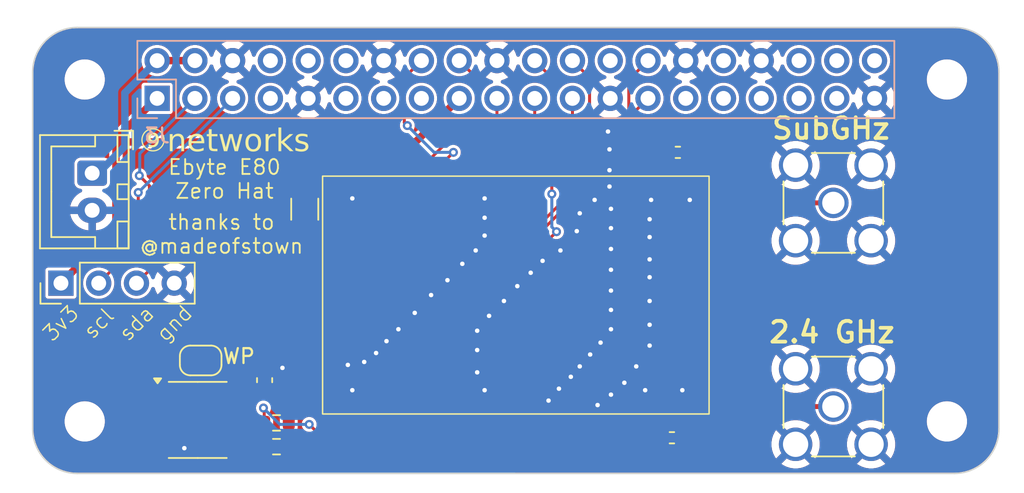
<source format=kicad_pcb>
(kicad_pcb (version 20241229) (generator "pcbnew") (generator_version "9.0")
  (title_block (date "15 nov 2012"))
  (layers (0 "F.Cu" signal) (2 "B.Cu" signal) (13 "F.Paste" user) (15 "B.Paste" user) (5 "F.SilkS" user "F.Silkscreen") (7 "B.SilkS" user "B.Silkscreen") (1 "F.Mask" user) (3 "B.Mask" user) (25 "Edge.Cuts" user))
  (net 0 "")
  (net 1 "GND")
  (net 2 "/GPIO2{slash}SDA1")
  (net 3 "/GPIO3{slash}SCL1")
  (net 4 "/GPIO4{slash}GPCLK0")
  (net 5 "/GPIO14{slash}TXD0")
  (net 6 "/GPIO15{slash}RXD0")
  (net 7 "/GPIO17")
  (net 8 "/GPIO18{slash}PCM.CLK")
  (net 9 "/GPIO27")
  (net 10 "/GPIO22")
  (net 11 "/GPIO23")
  (net 12 "/GPIO26")
  (net 13 "/GPIO24")
  (net 14 "/GPIO10{slash}SPI0.MOSI")
  (net 15 "/GPIO9{slash}SPI0.MISO")
  (net 16 "/GPIO25")
  (net 17 "/GPIO11{slash}SPI0.SCLK")
  (net 18 "/GPIO8{slash}SPI0.CE0")
  (net 19 "/GPIO7{slash}SPI0.CE1")
  (net 20 "/ID_SDA")
  (net 21 "/ID_SCL")
  (net 22 "/GPIO5")
  (net 23 "/GPIO6")
  (net 24 "/GPIO12{slash}PWM0")
  (net 25 "/GPIO13{slash}PWM1")
  (net 26 "/GPIO19{slash}PCM.FS")
  (net 27 "/GPIO16")
  (net 28 "/GPIO20{slash}PCM.DIN")
  (net 29 "/GPIO21{slash}PCM.DOUT")
  (net 30 "+5V")
  (net 31 "+3V3")
  (net 35 "Net-(JP1-A)")
  (net 40 "Net-(U2-ANT_SUBGHZ)")
  (net 41 "Net-(U2-ANT_2.4)")
  (net 42 "/ANT1")
  (net 43 "/ANT2")
  (footprint "MountingHole:MountingHole_2.7mm_M2.5" (layer "F.Cu") (at 161.5 73.5)
    (property "Reference" "MH2" (hide yes))
    (property "Value" "MountingHole_2.7mm_M2.5" (hide yes))
    (pad "" np_thru_hole circle (at 0 0) (size 2.7 2.7) (drill 2.7) (layers "*.Cu" "*.Mask"))
  )
  (footprint "Resistor_SMD:R_0603_1608Metric" (layer "F.Cu") (at 116.4 96.6 180)
    (property "Reference" "R2" (hide yes))
    (property "Value" "5.1k")
    (fp_line (start -0.237258 0.5225) (end 0.237258 0.5225) (stroke (width 0.12)) (layer "F.SilkS"))
    (fp_line (start -0.237258 -0.5225) (end 0.237258 -0.5225) (stroke (width 0.12)) (layer "F.SilkS"))
    (pad "1" smd roundrect (at -0.825 0 180) (size 0.8 0.95) (layers "F.Cu" "F.Mask" "F.Paste") (net 31 "+3V3"))
    (pad "2" smd roundrect (at 0.825 0 180) (size 0.8 0.95) (layers "F.Cu" "F.Mask" "F.Paste") (net 21 "/ID_SCL"))
  )
  (footprint "Resistor_SMD:R_0603_1608Metric" (layer "F.Cu") (at 116.4 98.2 180)
    (property "Reference" "R1" (hide yes))
    (property "Value" "5.1k")
    (fp_line (start -0.237258 0.5225) (end 0.237258 0.5225) (stroke (width 0.12)) (layer "F.SilkS"))
    (fp_line (start -0.237258 -0.5225) (end 0.237258 -0.5225) (stroke (width 0.12)) (layer "F.SilkS"))
    (pad "1" smd roundrect (at -0.825 0 180) (size 0.8 0.95) (layers "F.Cu" "F.Mask" "F.Paste") (net 31 "+3V3"))
    (pad "2" smd roundrect (at 0.825 0 180) (size 0.8 0.95) (layers "F.Cu" "F.Mask" "F.Paste") (net 20 "/ID_SDA"))
  )
  (footprint "Jumper:SolderJumper-2_P1.3mm_Open_RoundedPad1.0x1.5mm" (layer "F.Cu") (at 111.3 92.4)
    (property "Reference" "JP1" (hide yes))
    (property "Value" "ID_WP")
    (fp_line (start -1.4 0.3) (end -1.4 -0.3) (stroke (width 0.12)) (layer "F.SilkS"))
    (fp_line (start -0.7 -1) (end 0.7 -1) (stroke (width 0.12)) (layer "F.SilkS"))
    (fp_line (start 0.7 1) (end -0.7 1) (stroke (width 0.12)) (layer "F.SilkS"))
    (fp_line (start 1.4 -0.3) (end 1.4 0.3) (stroke (width 0.12)) (layer "F.SilkS"))
    (fp_arc (start -1.4 -0.3) (mid -1.194975 -0.794975) (end -0.7 -1) (stroke (width 0.12)) (layer "F.SilkS"))
    (fp_arc (start -0.7 1) (mid -1.194975 0.794975) (end -1.4 0.3) (stroke (width 0.12)) (layer "F.SilkS"))
    (fp_arc (start 0.7 -1) (mid 1.194975 -0.794975) (end 1.4 -0.3) (stroke (width 0.12)) (layer "F.SilkS"))
    (fp_arc (start 1.4 0.3) (mid 1.194975 0.794975) (end 0.7 1) (stroke (width 0.12)) (layer "F.SilkS"))
    (pad "1" smd custom (at -0.65 0) (size 1 0.5) (layers "F.Cu" "F.Mask") (net 35 "Net-(JP1-A)") (options (clearance outline) (anchor rect)) (primitives (gr_circle (center 0 0.25) (end 0.5 0.25) (width 0) (fill yes)) (gr_circle (center 0 -0.25) (end 0.5 -0.25) (width 0) (fill yes)) (gr_poly (pts (xy 0.5 0.75) (xy 0 0.75) (xy 0 -0.75) (xy 0.5 -0.75)) (width 0) (fill yes))))
    (pad "2" smd custom (at 0.65 0) (size 1 0.5) (layers "F.Cu" "F.Mask") (net 31 "+3V3") (options (clearance outline) (anchor rect)) (primitives (gr_circle (center 0 0.25) (end 0.5 0.25) (width 0) (fill yes)) (gr_circle (center 0 -0.25) (end 0.5 -0.25) (width 0) (fill yes)) (gr_poly (pts (xy 0 0.75) (xy -0.5 0.75) (xy -0.5 -0.75) (xy 0 -0.75)) (width 0) (fill yes))))
  )
  (footprint "Resistor_SMD:R_0402_1005Metric" (layer "F.Cu") (at 143.4 78.4)
    (property "Reference" "R3" (hide yes))
    (property "Value" "0")
    (fp_line (start -0.153641 -0.38) (end 0.153641 -0.38) (stroke (width 0.12)) (layer "F.SilkS"))
    (fp_line (start -0.153641 0.38) (end 0.153641 0.38) (stroke (width 0.12)) (layer "F.SilkS"))
    (pad "1" smd roundrect (at -0.51 0) (size 0.54 0.64) (layers "F.Cu" "F.Mask" "F.Paste") (net 40 "Net-(U2-ANT_SUBGHZ)"))
    (pad "2" smd roundrect (at 0.51 0) (size 0.54 0.64) (layers "F.Cu" "F.Mask" "F.Paste") (net 42 "/ANT1"))
  )
  (footprint "Connector_Coaxial:SMA_Amphenol_901-144_Vertical" (layer "F.Cu") (at 153.86 95.5)
    (property "Reference" "J4" (hide yes))
    (property "Value" "Conn_Coaxial")
    (fp_line (start -3.355 -1.45) (end -3.355 1.45) (stroke (width 0.12)) (layer "F.SilkS"))
    (fp_line (start -1.45 -3.355) (end 1.45 -3.355) (stroke (width 0.12)) (layer "F.SilkS"))
    (fp_line (start -1.45 3.355) (end 1.45 3.355) (stroke (width 0.12)) (layer "F.SilkS"))
    (fp_line (start 3.355 -1.45) (end 3.355 1.45) (stroke (width 0.12)) (layer "F.SilkS"))
    (pad "1" thru_hole circle (at 0 0) (size 2.05 2.05) (drill 1.5) (layers "*.Cu" "*.Mask") (net 43 "/ANT2"))
    (pad "2" thru_hole circle (at -2.54 -2.54) (size 2.25 2.25) (drill 1.7) (layers "*.Cu" "*.Mask") (net 1 "GND"))
    (pad "2" thru_hole circle (at -2.54 2.54) (size 2.25 2.25) (drill 1.7) (layers "*.Cu" "*.Mask") (net 1 "GND"))
    (pad "2" thru_hole circle (at 2.54 -2.54) (size 2.25 2.25) (drill 1.7) (layers "*.Cu" "*.Mask") (net 1 "GND"))
    (pad "2" thru_hole circle (at 2.54 2.54) (size 2.25 2.25) (drill 1.7) (layers "*.Cu" "*.Mask") (net 1 "GND"))
  )
  (footprint "Resistor_SMD:R_0402_1005Metric" (layer "F.Cu") (at 143 97.6 180)
    (property "Reference" "R4" (hide yes))
    (property "Value" "0")
    (fp_line (start -0.153641 0.38) (end 0.153641 0.38) (stroke (width 0.12)) (layer "F.SilkS"))
    (fp_line (start -0.153641 -0.38) (end 0.153641 -0.38) (stroke (width 0.12)) (layer "F.SilkS"))
    (pad "1" smd roundrect (at -0.51 0 180) (size 0.54 0.64) (layers "F.Cu" "F.Mask" "F.Paste") (net 43 "/ANT2"))
    (pad "2" smd roundrect (at 0.51 0 180) (size 0.54 0.64) (layers "F.Cu" "F.Mask" "F.Paste") (net 41 "Net-(U2-ANT_2.4)"))
  )
  (footprint "Capacitor_SMD:C_1206_3216Metric" (layer "F.Cu") (at 118.3 82.225 -90)
    (property "Reference" "C2" (hide yes))
    (property "Value" "22u")
    (fp_line (start -0.711252 0.91) (end 0.711252 0.91) (stroke (width 0.12)) (layer "F.SilkS"))
    (fp_line (start -0.711252 -0.91) (end 0.711252 -0.91) (stroke (width 0.12)) (layer "F.SilkS"))
    (pad "1" smd roundrect (at -1.475 0 270) (size 1.15 1.8) (layers "F.Cu" "F.Mask" "F.Paste") (roundrect_rratio 0.217391) (net 31 "+3V3"))
    (pad "2" smd roundrect (at 1.475 0 270) (size 1.15 1.8) (layers "F.Cu" "F.Mask" "F.Paste") (roundrect_rratio 0.217391) (net 1 "GND"))
  )
  (footprint "MountingHole:MountingHole_2.7mm_M2.5" (layer "F.Cu") (at 103.5 96.5)
    (property "Reference" "MH3" (hide yes))
    (property "Value" "MountingHole_2.7mm_M2.5" (hide yes))
    (pad "" np_thru_hole circle (at 0 0) (size 2.7 2.7) (drill 2.7) (layers "*.Cu" "*.Mask"))
  )
  (footprint "Connector_Coaxial:SMA_Amphenol_901-144_Vertical" (layer "F.Cu") (at 153.86 81.8)
    (property "Reference" "J5" (hide yes))
    (property "Value" "Conn_Coaxial")
    (fp_line (start -3.355 -1.45) (end -3.355 1.45) (stroke (width 0.12)) (layer "F.SilkS"))
    (fp_line (start -1.45 -3.355) (end 1.45 -3.355) (stroke (width 0.12)) (layer "F.SilkS"))
    (fp_line (start -1.45 3.355) (end 1.45 3.355) (stroke (width 0.12)) (layer "F.SilkS"))
    (fp_line (start 3.355 -1.45) (end 3.355 1.45) (stroke (width 0.12)) (layer "F.SilkS"))
    (pad "1" thru_hole circle (at 0 0) (size 2.05 2.05) (drill 1.5) (layers "*.Cu" "*.Mask") (net 42 "/ANT1"))
    (pad "2" thru_hole circle (at -2.54 -2.54) (size 2.25 2.25) (drill 1.7) (layers "*.Cu" "*.Mask") (net 1 "GND"))
    (pad "2" thru_hole circle (at -2.54 2.54) (size 2.25 2.25) (drill 1.7) (layers "*.Cu" "*.Mask") (net 1 "GND"))
    (pad "2" thru_hole circle (at 2.54 -2.54) (size 2.25 2.25) (drill 1.7) (layers "*.Cu" "*.Mask") (net 1 "GND"))
    (pad "2" thru_hole circle (at 2.54 2.54) (size 2.25 2.25) (drill 1.7) (layers "*.Cu" "*.Mask") (net 1 "GND"))
  )
  (footprint "MountingHole:MountingHole_2.7mm_M2.5" (layer "F.Cu") (at 103.5 73.5)
    (property "Reference" "MH1" (hide yes))
    (property "Value" "MountingHole_2.7mm_M2.5" (hide yes))
    (pad "" np_thru_hole circle (at 0 0) (size 2.7 2.7) (drill 2.7) (layers "*.Cu" "*.Mask"))
  )
  (footprint "Capacitor_SMD:C_0603_1608Metric" (layer "F.Cu") (at 115.6 93.725 90)
    (property "Reference" "C1" (hide yes))
    (property "Value" "100n")
    (fp_line (start -0.14058 -0.51) (end 0.14058 -0.51) (stroke (width 0.12)) (layer "F.SilkS"))
    (fp_line (start -0.14058 0.51) (end 0.14058 0.51) (stroke (width 0.12)) (layer "F.SilkS"))
    (pad "1" smd roundrect (at -0.775 0 90) (size 0.9 0.95) (layers "F.Cu" "F.Mask" "F.Paste") (net 31 "+3V3"))
    (pad "2" smd roundrect (at 0.775 0 90) (size 0.9 0.95) (layers "F.Cu" "F.Mask" "F.Paste") (net 1 "GND"))
  )
  (footprint "stary:E80-xxxM2213S" (layer "F.Cu") (at 132.5 88 90)
    (property "Reference" "U2" (hide yes))
    (property "Value" "E80-xxxM2213S")
    (fp_rect (start -8 -13) (end 8 13) (stroke (width 0.1)) (fill no) (layer "F.SilkS"))
    (pad "1" smd roundrect (at -8 -11 90) (size 2 0.8) (layers "F.Cu" "F.Mask" "F.Paste") (roundrect_rratio 0.15) (net 1 "GND"))
    (pad "2" smd roundrect (at -8 -9.73 90) (size 2 0.8) (layers "F.Cu" "F.Mask" "F.Paste") (roundrect_rratio 0.15))
    (pad "3" smd roundrect (at -8 -8.46 90) (size 2 0.8) (layers "F.Cu" "F.Mask" "F.Paste") (roundrect_rratio 0.15) (net 15 "/GPIO9{slash}SPI0.MISO"))
    (pad "4" smd roundrect (at -8 -7.19 90) (size 2 0.8) (layers "F.Cu" "F.Mask" "F.Paste") (roundrect_rratio 0.15) (net 14 "/GPIO10{slash}SPI0.MOSI"))
    (pad "5" smd roundrect (at -8 -5.92 90) (size 2 0.8) (layers "F.Cu" "F.Mask" "F.Paste") (roundrect_rratio 0.15) (net 17 "/GPIO11{slash}SPI0.SCLK"))
    (pad "6" smd roundrect (at -8 -4.65 90) (size 2 0.8) (layers "F.Cu" "F.Mask" "F.Paste") (roundrect_rratio 0.15) (net 18 "/GPIO8{slash}SPI0.CE0"))
    (pad "7" smd roundrect (at -8 -3.38 90) (size 2 0.8) (layers "F.Cu" "F.Mask" "F.Paste") (roundrect_rratio 0.15) (net 16 "/GPIO25"))
    (pad "8" smd roundrect (at -8 -2.11 90) (size 2 0.8) (layers "F.Cu" "F.Mask" "F.Paste") (roundrect_rratio 0.15) (net 1 "GND"))
    (pad "11" smd roundrect (at -8 8.69 90) (size 2 0.8) (layers "F.Cu" "F.Mask" "F.Paste") (roundrect_rratio 0.15) (net 1 "GND"))
    (pad "12" smd roundrect (at -8 9.96 90) (size 2 0.8) (layers "F.Cu" "F.Mask" "F.Paste") (roundrect_rratio 0.15) (net 41 "Net-(U2-ANT_2.4)"))
    (pad "13" smd roundrect (at -8 11.23 90) (size 2 0.8) (layers "F.Cu" "F.Mask" "F.Paste") (roundrect_rratio 0.15) (net 1 "GND"))
    (pad "14" smd roundrect (at 8 11.63 90) (size 2 0.8) (layers "F.Cu" "F.Mask" "F.Paste") (roundrect_rratio 0.15) (net 1 "GND"))
    (pad "15" smd roundrect (at 8 10.36 90) (size 2 0.8) (layers "F.Cu" "F.Mask" "F.Paste") (roundrect_rratio 0.15) (net 40 "Net-(U2-ANT_SUBGHZ)"))
    (pad "16" smd roundrect (at 8 9.09 90) (size 2 0.8) (layers "F.Cu" "F.Mask" "F.Paste") (roundrect_rratio 0.15) (net 1 "GND"))
    (pad "19" smd roundrect (at 8 -2.11 90) (size 2 0.8) (layers "F.Cu" "F.Mask" "F.Paste") (roundrect_rratio 0.15) (net 1 "GND"))
    (pad "20" smd roundrect (at 8 -3.38 90) (size 2 0.8) (layers "F.Cu" "F.Mask" "F.Paste") (roundrect_rratio 0.15))
    (pad "21" smd roundrect (at 8 -4.65 90) (size 2 0.8) (layers "F.Cu" "F.Mask" "F.Paste") (roundrect_rratio 0.15) (net 11 "/GPIO23"))
    (pad "22" smd roundrect (at 8 -5.92 90) (size 2 0.8) (layers "F.Cu" "F.Mask" "F.Paste") (roundrect_rratio 0.15) (net 13 "/GPIO24"))
    (pad "23" smd roundrect (at 8 -7.19 90) (size 2 0.8) (layers "F.Cu" "F.Mask" "F.Paste") (roundrect_rratio 0.15))
    (pad "24" smd roundrect (at 8 -8.46 90) (size 2 0.8) (layers "F.Cu" "F.Mask" "F.Paste") (roundrect_rratio 0.15))
    (pad "25" smd roundrect (at 8 -9.73 90) (size 2 0.8) (layers "F.Cu" "F.Mask" "F.Paste") (roundrect_rratio 0.15) (net 31 "+3V3"))
    (pad "26" smd roundrect (at 8 -11 90) (size 2 0.8) (layers "F.Cu" "F.Mask" "F.Paste") (roundrect_rratio 0.15) (net 1 "GND"))
  )
  (footprint "Connector_JST:JST_XH_B2B-XH-A_1x02_P2.50mm_Vertical" (layer "F.Cu") (at 104 79.8 -90)
    (property "Reference" "J1" (hide yes))
    (property "Value" "Conn_01x02_Pin")
    (fp_line (start -2.56 3.51) (end 5.06 3.51) (stroke (width 0.12)) (layer "F.SilkS"))
    (fp_line (start 5.06 3.51) (end 5.06 -2.46) (stroke (width 0.12)) (layer "F.SilkS"))
    (fp_line (start -1.8 2.75) (end 1.25 2.75) (stroke (width 0.12)) (layer "F.SilkS"))
    (fp_line (start 4.3 2.75) (end 1.25 2.75) (stroke (width 0.12)) (layer "F.SilkS"))
    (fp_line (start -2.55 -0.2) (end -1.8 -0.2) (stroke (width 0.12)) (layer "F.SilkS"))
    (fp_line (start -1.8 -0.2) (end -1.8 2.75) (stroke (width 0.12)) (layer "F.SilkS"))
    (fp_line (start 4.3 -0.2) (end 4.3 2.75) (stroke (width 0.12)) (layer "F.SilkS"))
    (fp_line (start 5.05 -0.2) (end 4.3 -0.2) (stroke (width 0.12)) (layer "F.SilkS"))
    (fp_line (start -2.55 -1.7) (end -0.75 -1.7) (stroke (width 0.12)) (layer "F.SilkS"))
    (fp_line (start -0.75 -1.7) (end -0.75 -2.45) (stroke (width 0.12)) (layer "F.SilkS"))
    (fp_line (start 0.75 -1.7) (end 1.75 -1.7) (stroke (width 0.12)) (layer "F.SilkS"))
    (fp_line (start 1.75 -1.7) (end 1.75 -2.45) (stroke (width 0.12)) (layer "F.SilkS"))
    (fp_line (start 3.25 -1.7) (end 5.05 -1.7) (stroke (width 0.12)) (layer "F.SilkS"))
    (fp_line (start 5.05 -1.7) (end 5.05 -2.45) (stroke (width 0.12)) (layer "F.SilkS"))
    (fp_line (start -2.55 -2.45) (end -2.55 -1.7) (stroke (width 0.12)) (layer "F.SilkS"))
    (fp_line (start -0.75 -2.45) (end -2.55 -2.45) (stroke (width 0.12)) (layer "F.SilkS"))
    (fp_line (start 0.75 -2.45) (end 0.75 -1.7) (stroke (width 0.12)) (layer "F.SilkS"))
    (fp_line (start 1.75 -2.45) (end 0.75 -2.45) (stroke (width 0.12)) (layer "F.SilkS"))
    (fp_line (start 3.25 -2.45) (end 3.25 -1.7) (stroke (width 0.12)) (layer "F.SilkS"))
    (fp_line (start 5.05 -2.45) (end 3.25 -2.45) (stroke (width 0.12)) (layer "F.SilkS"))
    (fp_line (start -2.56 -2.46) (end -2.56 3.51) (stroke (width 0.12)) (layer "F.SilkS"))
    (fp_line (start 5.06 -2.46) (end -2.56 -2.46) (stroke (width 0.12)) (layer "F.SilkS"))
    (fp_line (start -2.85 -2.75) (end -2.85 -1.5) (stroke (width 0.12)) (layer "F.SilkS"))
    (fp_line (start -1.6 -2.75) (end -2.85 -2.75) (stroke (width 0.12)) (layer "F.SilkS"))
    (pad "1" thru_hole roundrect (at 0 0 270) (size 1.7 2) (drill 1) (layers "*.Cu" "*.Mask") (roundrect_rratio 0.147059) (net 30 "+5V"))
    (pad "2" thru_hole oval (at 2.5 0 270) (size 1.7 2) (drill 1) (layers "*.Cu" "*.Mask") (net 1 "GND"))
  )
  (footprint "MountingHole:MountingHole_2.7mm_M2.5" (layer "F.Cu") (at 161.5 96.5)
    (property "Reference" "MH4" (hide yes))
    (property "Value" "MountingHole_2.7mm_M2.5" (hide yes))
    (pad "" np_thru_hole circle (at 0 0) (size 2.7 2.7) (drill 2.7) (layers "*.Cu" "*.Mask"))
  )
  (footprint "Connector_PinHeader_2.54mm:PinHeader_1x04_P2.54mm_Vertical" (layer "F.Cu") (at 101.9 87.2 90)
    (property "Reference" "J2" (hide yes))
    (property "Value" "Conn_01x04")
    (fp_line (start -1.38 -1.38) (end 0 -1.38) (stroke (width 0.12)) (layer "F.SilkS"))
    (fp_line (start -1.38 0) (end -1.38 -1.38) (stroke (width 0.12)) (layer "F.SilkS"))
    (fp_line (start 1.38 1.27) (end 1.38 9) (stroke (width 0.12)) (layer "F.SilkS"))
    (fp_line (start -1.38 1.27) (end 1.38 1.27) (stroke (width 0.12)) (layer "F.SilkS"))
    (fp_line (start -1.38 1.27) (end -1.38 9) (stroke (width 0.12)) (layer "F.SilkS"))
    (fp_line (start -1.38 9) (end 1.38 9) (stroke (width 0.12)) (layer "F.SilkS"))
    (pad "1" thru_hole rect (at 0 0 90) (size 1.7 1.7) (drill 1) (layers "*.Cu" "*.Mask") (net 31 "+3V3"))
    (pad "2" thru_hole circle (at 0 2.54 90) (size 1.7 1.7) (drill 1) (layers "*.Cu" "*.Mask") (net 3 "/GPIO3{slash}SCL1"))
    (pad "3" thru_hole circle (at 0 5.08 90) (size 1.7 1.7) (drill 1) (layers "*.Cu" "*.Mask") (net 2 "/GPIO2{slash}SDA1"))
    (pad "4" thru_hole circle (at 0 7.62 90) (size 1.7 1.7) (drill 1) (layers "*.Cu" "*.Mask") (net 1 "GND"))
  )
  (footprint "Package_SO:SOIC-8_3.9x4.9mm_P1.27mm" (layer "F.Cu") (at 111.1 96.4)
    (property "Reference" "U1" (hide yes))
    (property "Value" "CAT24C256")
    (fp_line (start 0 -2.56) (end -1.95 -2.56) (stroke (width 0.12)) (layer "F.SilkS"))
    (fp_line (start 0 -2.56) (end 1.95 -2.56) (stroke (width 0.12)) (layer "F.SilkS"))
    (fp_line (start 0 2.56) (end -1.95 2.56) (stroke (width 0.12)) (layer "F.SilkS"))
    (fp_line (start 0 2.56) (end 1.95 2.56) (stroke (width 0.12)) (layer "F.SilkS"))
    (fp_poly (pts (xy -2.7 -2.465) (xy -2.94 -2.795) (xy -2.46 -2.795)) (stroke (width 0.12)) (fill yes) (layer "F.SilkS"))
    (pad "1" smd roundrect (at -2.475 -1.905) (size 1.95 0.6) (layers "F.Cu" "F.Mask" "F.Paste"))
    (pad "2" smd roundrect (at -2.475 -0.635) (size 1.95 0.6) (layers "F.Cu" "F.Mask" "F.Paste"))
    (pad "3" smd roundrect (at -2.475 0.635) (size 1.95 0.6) (layers "F.Cu" "F.Mask" "F.Paste"))
    (pad "4" smd roundrect (at -2.475 1.905) (size 1.95 0.6) (layers "F.Cu" "F.Mask" "F.Paste") (net 1 "GND"))
    (pad "5" smd roundrect (at 2.475 1.905) (size 1.95 0.6) (layers "F.Cu" "F.Mask" "F.Paste") (net 20 "/ID_SDA"))
    (pad "6" smd roundrect (at 2.475 0.635) (size 1.95 0.6) (layers "F.Cu" "F.Mask" "F.Paste") (net 21 "/ID_SCL"))
    (pad "7" smd roundrect (at 2.475 -0.635) (size 1.95 0.6) (layers "F.Cu" "F.Mask" "F.Paste") (net 35 "Net-(JP1-A)"))
    (pad "8" smd roundrect (at 2.475 -1.905) (size 1.95 0.6) (layers "F.Cu" "F.Mask" "F.Paste") (net 31 "+3V3"))
  )
  (footprint "Connector_PinSocket_2.54mm:PinSocket_2x20_P2.54mm_Vertical" (layer "B.Cu") (at 108.37 74.77 -90)
    (property "Reference" "J3" (at 2.5 0 0) (layer "B.SilkS") (effects (justify mirror)))
    (property "Value" "GPIO")
    (fp_line (start -3.87 1.33) (end -1.27 1.33) (stroke (width 0.12)) (layer "B.SilkS"))
    (fp_line (start -3.87 1.33) (end -3.87 -49.59) (stroke (width 0.12)) (layer "B.SilkS"))
    (fp_line (start -1.27 1.33) (end -1.27 -1.27) (stroke (width 0.12)) (layer "B.SilkS"))
    (fp_line (start 0 1.33) (end 1.33 1.33) (stroke (width 0.12)) (layer "B.SilkS"))
    (fp_line (start 1.33 1.33) (end 1.33 0) (stroke (width 0.12)) (layer "B.SilkS"))
    (fp_line (start -1.27 -1.27) (end 1.33 -1.27) (stroke (width 0.12)) (layer "B.SilkS"))
    (fp_line (start 1.33 -1.27) (end 1.33 -49.59) (stroke (width 0.12)) (layer "B.SilkS"))
    (fp_line (start -3.87 -49.59) (end 1.33 -49.59) (stroke (width 0.12)) (layer "B.SilkS"))
    (pad "1" thru_hole rect (at 0 0 270) (size 1.7 1.7) (drill 1) (layers "*.Cu" "*.Mask") (net 31 "+3V3"))
    (pad "2" thru_hole circle (at -2.54 0 270) (size 1.7 1.7) (drill 1) (layers "*.Cu" "*.Mask") (net 30 "+5V"))
    (pad "3" thru_hole circle (at 0 -2.54 270) (size 1.7 1.7) (drill 1) (layers "*.Cu" "*.Mask") (net 2 "/GPIO2{slash}SDA1"))
    (pad "4" thru_hole circle (at -2.54 -2.54 270) (size 1.7 1.7) (drill 1) (layers "*.Cu" "*.Mask") (net 30 "+5V"))
    (pad "5" thru_hole circle (at 0 -5.08 270) (size 1.7 1.7) (drill 1) (layers "*.Cu" "*.Mask") (net 3 "/GPIO3{slash}SCL1"))
    (pad "6" thru_hole circle (at -2.54 -5.08 270) (size 1.7 1.7) (drill 1) (layers "*.Cu" "*.Mask") (net 1 "GND"))
    (pad "7" thru_hole circle (at 0 -7.62 270) (size 1.7 1.7) (drill 1) (layers "*.Cu" "*.Mask") (net 4 "/GPIO4{slash}GPCLK0"))
    (pad "8" thru_hole circle (at -2.54 -7.62 270) (size 1.7 1.7) (drill 1) (layers "*.Cu" "*.Mask") (net 5 "/GPIO14{slash}TXD0"))
    (pad "9" thru_hole circle (at 0 -10.16 270) (size 1.7 1.7) (drill 1) (layers "*.Cu" "*.Mask") (net 1 "GND"))
    (pad "10" thru_hole circle (at -2.54 -10.16 270) (size 1.7 1.7) (drill 1) (layers "*.Cu" "*.Mask") (net 6 "/GPIO15{slash}RXD0"))
    (pad "11" thru_hole circle (at 0 -12.7 270) (size 1.7 1.7) (drill 1) (layers "*.Cu" "*.Mask") (net 7 "/GPIO17"))
    (pad "12" thru_hole circle (at -2.54 -12.7 270) (size 1.7 1.7) (drill 1) (layers "*.Cu" "*.Mask") (net 8 "/GPIO18{slash}PCM.CLK"))
    (pad "13" thru_hole circle (at 0 -15.24 270) (size 1.7 1.7) (drill 1) (layers "*.Cu" "*.Mask") (net 9 "/GPIO27"))
    (pad "14" thru_hole circle (at -2.54 -15.24 270) (size 1.7 1.7) (drill 1) (layers "*.Cu" "*.Mask") (net 1 "GND"))
    (pad "15" thru_hole circle (at 0 -17.78 270) (size 1.7 1.7) (drill 1) (layers "*.Cu" "*.Mask") (net 10 "/GPIO22"))
    (pad "16" thru_hole circle (at -2.54 -17.78 270) (size 1.7 1.7) (drill 1) (layers "*.Cu" "*.Mask") (net 11 "/GPIO23"))
    (pad "17" thru_hole circle (at 0 -20.32 270) (size 1.7 1.7) (drill 1) (layers "*.Cu" "*.Mask") (net 31 "+3V3"))
    (pad "18" thru_hole circle (at -2.54 -20.32 270) (size 1.7 1.7) (drill 1) (layers "*.Cu" "*.Mask") (net 13 "/GPIO24"))
    (pad "19" thru_hole circle (at 0 -22.86 270) (size 1.7 1.7) (drill 1) (layers "*.Cu" "*.Mask") (net 14 "/GPIO10{slash}SPI0.MOSI"))
    (pad "20" thru_hole circle (at -2.54 -22.86 270) (size 1.7 1.7) (drill 1) (layers "*.Cu" "*.Mask") (net 1 "GND"))
    (pad "21" thru_hole circle (at 0 -25.4 270) (size 1.7 1.7) (drill 1) (layers "*.Cu" "*.Mask") (net 15 "/GPIO9{slash}SPI0.MISO"))
    (pad "22" thru_hole circle (at -2.54 -25.4 270) (size 1.7 1.7) (drill 1) (layers "*.Cu" "*.Mask") (net 16 "/GPIO25"))
    (pad "23" thru_hole circle (at 0 -27.94 270) (size 1.7 1.7) (drill 1) (layers "*.Cu" "*.Mask") (net 17 "/GPIO11{slash}SPI0.SCLK"))
    (pad "24" thru_hole circle (at -2.54 -27.94 270) (size 1.7 1.7) (drill 1) (layers "*.Cu" "*.Mask") (net 18 "/GPIO8{slash}SPI0.CE0"))
    (pad "25" thru_hole circle (at 0 -30.48 270) (size 1.7 1.7) (drill 1) (layers "*.Cu" "*.Mask") (net 1 "GND"))
    (pad "26" thru_hole circle (at -2.54 -30.48 270) (size 1.7 1.7) (drill 1) (layers "*.Cu" "*.Mask") (net 19 "/GPIO7{slash}SPI0.CE1"))
    (pad "27" thru_hole circle (at 0 -33.02 270) (size 1.7 1.7) (drill 1) (layers "*.Cu" "*.Mask") (net 20 "/ID_SDA"))
    (pad "28" thru_hole circle (at -2.54 -33.02 270) (size 1.7 1.7) (drill 1) (layers "*.Cu" "*.Mask") (net 21 "/ID_SCL"))
    (pad "29" thru_hole circle (at 0 -35.56 270) (size 1.7 1.7) (drill 1) (layers "*.Cu" "*.Mask") (net 22 "/GPIO5"))
    (pad "30" thru_hole circle (at -2.54 -35.56 270) (size 1.7 1.7) (drill 1) (layers "*.Cu" "*.Mask") (net 1 "GND"))
    (pad "31" thru_hole circle (at 0 -38.1 270) (size 1.7 1.7) (drill 1) (layers "*.Cu" "*.Mask") (net 23 "/GPIO6"))
    (pad "32" thru_hole circle (at -2.54 -38.1 270) (size 1.7 1.7) (drill 1) (layers "*.Cu" "*.Mask") (net 24 "/GPIO12{slash}PWM0"))
    (pad "33" thru_hole circle (at 0 -40.64 270) (size 1.7 1.7) (drill 1) (layers "*.Cu" "*.Mask") (net 25 "/GPIO13{slash}PWM1"))
    (pad "34" thru_hole circle (at -2.54 -40.64 270) (size 1.7 1.7) (drill 1) (layers "*.Cu" "*.Mask") (net 1 "GND"))
    (pad "35" thru_hole circle (at 0 -43.18 270) (size 1.7 1.7) (drill 1) (layers "*.Cu" "*.Mask") (net 26 "/GPIO19{slash}PCM.FS"))
    (pad "36" thru_hole circle (at -2.54 -43.18 270) (size 1.7 1.7) (drill 1) (layers "*.Cu" "*.Mask") (net 27 "/GPIO16"))
    (pad "37" thru_hole circle (at 0 -45.72 270) (size 1.7 1.7) (drill 1) (layers "*.Cu" "*.Mask") (net 12 "/GPIO26"))
    (pad "38" thru_hole circle (at -2.54 -45.72 270) (size 1.7 1.7) (drill 1) (layers "*.Cu" "*.Mask") (net 28 "/GPIO20{slash}PCM.DIN"))
    (pad "39" thru_hole circle (at 0 -48.26 270) (size 1.7 1.7) (drill 1) (layers "*.Cu" "*.Mask") (net 1 "GND"))
    (pad "40" thru_hole circle (at -2.54 -48.26 270) (size 1.7 1.7) (drill 1) (layers "*.Cu" "*.Mask") (net 29 "/GPIO21{slash}PCM.DOUT"))
  )
  (gr_arc (start 162 70) (mid 164.12132 70.87868) (end 165 73) (stroke (width 0.1)) (layer "Edge.Cuts"))
  (gr_line (start 165 97) (end 165 73) (stroke (width 0.1)) (layer "Edge.Cuts"))
  (gr_line (start 100 73) (end 100 97) (stroke (width 0.1)) (layer "Edge.Cuts"))
  (gr_arc (start 103 100) (mid 100.87868 99.12132) (end 100 97) (stroke (width 0.1)) (layer "Edge.Cuts"))
  (gr_line (start 103 100) (end 162 100) (stroke (width 0.1)) (layer "Edge.Cuts"))
  (gr_arc (start 165 97) (mid 164.12132 99.12132) (end 162 100) (stroke (width 0.1)) (layer "Edge.Cuts"))
  (gr_arc (start 100 73) (mid 100.87868 70.87868) (end 103 70) (stroke (width 0.1)) (layer "Edge.Cuts"))
  (gr_line (start 162 70) (end 103 70) (stroke (width 0.1)) (layer "Edge.Cuts"))
  (gr_text "gnd" (at 109.52 89.9 45) (layer "F.SilkS") (effects (font (size 1 1) (thickness 0.1))))
  (gr_text "Ebyte E80\nZero Hat" (at 112.9 80.2 0) (layer "F.SilkS") (effects (font (size 1 1) (thickness 0.125))))
  (gr_text "SubGHz" (at 149.6 76.8 0) (layer "F.SilkS") (effects (font (size 1.4 1.4) (thickness 0.25)) (justify left)))
  (gr_text "thanks to\n@madeofstown" (at 112.7 83.9 0) (layer "F.SilkS") (effects (font (size 1 1) (thickness 0.125))))
  (gr_text "scl" (at 104.44 89.9 45) (layer "F.SilkS") (effects (font (size 1 1) (thickness 0.1))))
  (gr_text "2.4 GHz" (at 149.4 90.5 0) (layer "F.SilkS") (effects (font (size 1.4 1.4) (thickness 0.25)) (justify left)))
  (gr_text "⑨networks" (at 112.9 77.7 0) (layer "F.SilkS") (effects (font (size 1.5 1.5) (thickness 0.1))))
  (gr_text "3v3" (at 101.9 89.9002 45) (layer "F.SilkS") (effects (font (size 1 1) (thickness 0.1))))
  (gr_text "sda" (at 106.98 89.9 45) (layer "F.SilkS") (effects (font (size 1 1) (thickness 0.1))))
  (gr_text "WP" (at 112.7 92.7 0) (layer "F.SilkS") (effects (font (size 1 1)) (justify left bottom)))
  (segment (start 115.6 92.95) (end 116.75 92.95) (width 0.5) (layer "F.Cu") (net 1))
  (segment (start 143.73 94.43) (end 143.7 94.4) (width 0.5) (layer "F.Cu") (net 1))
  (segment (start 141.59 80) (end 141.59 81.59) (width 0.5) (layer "F.Cu") (net 1))
  (segment (start 144.13 81.53) (end 144.2 81.6) (width 0.5) (layer "F.Cu") (net 1))
  (segment (start 141.59 81.59) (end 141.6 81.6) (width 0.5) (layer "F.Cu") (net 1))
  (segment (start 141.19 94.41) (end 141.2 94.4) (width 0.5) (layer "F.Cu") (net 1))
  (segment (start 121.5 80) (end 121.5 81.5) (width 0.5) (layer "F.Cu") (net 1))
  (segment (start 121.5 96) (end 121.5 94.4) (width 0.5) (layer "F.Cu") (net 1))
  (segment (start 143.73 96) (end 143.73 94.43) (width 0.5) (layer "F.Cu") (net 1))
  (segment (start 130.39 96) (end 130.39 94.41) (width 0.5) (layer "F.Cu") (net 1))
  (segment (start 130.39 80) (end 130.39 81.49) (width 0.5) (layer "F.Cu") (net 1))
  (segment (start 144.13 80) (end 144.13 81.53) (width 0.5) (layer "F.Cu") (net 1))
  (segment (start 116.75 92.95) (end 116.8 92.9) (width 0.5) (layer "F.Cu") (net 1))
  (segment (start 130.39 81.49) (end 130.4 81.5) (width 0.5) (layer "F.Cu") (net 1))
  (segment (start 110.195 98.305) (end 110.2 98.3) (width 0.5) (layer "F.Cu") (net 1))
  (segment (start 130.39 94.41) (end 130.4 94.4) (width 0.5) (layer "F.Cu") (net 1))
  (segment (start 108.625 98.305) (end 110.195 98.305) (width 0.5) (layer "F.Cu") (net 1))
  (segment (start 141.19 96) (end 141.19 94.41) (width 0.5) (layer "F.Cu") (net 1))
  (via (at 144.2 81.6) (size 0.6) (drill 0.3) (layers "F.Cu" "B.Cu") (net 1))
  (via (at 130.4 84) (size 0.6) (drill 0.3) (layers "F.Cu" "B.Cu") (net 1))
  (via (at 138.8 78.2) (size 0.6) (drill 0.3) (layers "F.Cu" "B.Cu") (net 1))
  (via (at 138.2 91.2) (size 0.6) (drill 0.3) (layers "F.Cu" "B.Cu") (net 1))
  (via (at 130.7 89.4) (size 0.6) (drill 0.3) (layers "F.Cu" "B.Cu") (net 1))
  (via (at 141.2 94.4) (size 0.6) (drill 0.3) (layers "F.Cu" "B.Cu") (net 1))
  (via (at 128.9 85.9) (size 0.6) (drill 0.3) (layers "F.Cu" "B.Cu") (net 1))
  (via (at 135.5 85) (size 0.6) (drill 0.3) (layers "F.Cu" "B.Cu") (net 1))
  (via (at 131.7 88.4) (size 0.6) (drill 0.3) (layers "F.Cu" "B.Cu") (net 1))
  (via (at 138.9 82.2) (size 0.6) (drill 0.3) (layers "F.Cu" "B.Cu") (net 1))
  (via (at 138.9 90.3) (size 0.6) (drill 0.3) (layers "F.Cu" "B.Cu") (net 1))
  (via (at 123.8 91.1) (size 0.6) (drill 0.3) (layers "F.Cu" "B.Cu") (net 1))
  (via (at 129.9 90.4) (size 0.6) (drill 0.3) (layers "F.Cu" "B.Cu") (net 1))
  (via (at 141.6 81.6) (size 0.6) (drill 0.3) (layers "F.Cu" "B.Cu") (net 1))
  (via (at 138.7 77) (size 0.6) (drill 0.3) (layers "F.Cu" "B.Cu") (net 1))
  (via (at 141.5 82.9) (size 0.6) (drill 0.3) (layers "F.Cu" "B.Cu") (net 1))
  (via (at 136.2 93.5) (size 0.6) (drill 0.3) (layers "F.Cu" "B.Cu") (net 1))
  (via (at 124.6 90.3) (size 0.6) (drill 0.3) (layers "F.Cu" "B.Cu") (net 1))
  (via (at 141.5 90) (size 0.6) (drill 0.3) (layers "F.Cu" "B.Cu") (net 1))
  (via (at 138.9 84.9) (size 0.6) (drill 0.3) (layers "F.Cu" "B.Cu") (net 1))
  (via (at 127.9 87) (size 0.6) (drill 0.3) (layers "F.Cu" "B.Cu") (net 1))
  (via (at 141.5 86.8) (size 0.6) (drill 0.3) (layers "F.Cu" "B.Cu") (net 1))
  (via (at 134.7 95.1) (size 0.6) (drill 0.3) (layers "F.Cu" "B.Cu") (net 1))
  (via (at 137.5 92) (size 0.6) (drill 0.3) (layers "F.Cu" "B.Cu") (net 1))
  (via (at 138.9 89) (size 0.6) (drill 0.3) (layers "F.Cu" "B.Cu") (net 1))
  (via (at 133.5 86.5) (size 0.6) (drill 0.3) (layers "F.Cu" "B.Cu") (net 1))
  (via (at 141.5 84.1) (size 0.6) (drill 0.3) (layers "F.Cu" "B.Cu") (net 1))
  (via (at 141.5 85.6) (size 0.6) (drill 0.3) (layers "F.Cu" "B.Cu") (net 1))
  (via (at 129.9 93.2) (size 0.6) (drill 0.3) (layers "F.Cu" "B.Cu") (net 1))
  (via (at 121.2 92.7) (size 0.6) (drill 0.3) (layers "F.Cu" "B.Cu") (net 1))
  (via (at 143.7 94.4) (size 0.6) (drill 0.3) (layers "F.Cu" "B.Cu") (net 1))
  (via (at 125.7 89.2) (size 0.6) (drill 0.3) (layers "F.Cu" "B.Cu") (net 1))
  (via (at 126.8 88) (size 0.6) (drill 0.3) (layers "F.Cu" "B.Cu") (net 1))
  (via (at 123.1 91.9) (size 0.6) (drill 0.3) (layers "F.Cu" "B.Cu") (net 1))
  (via (at 138.8 79.6) (size 0.6) (drill 0.3) (layers "F.Cu" "B.Cu") (net 1))
  (via (at 141.5 91.4) (size 0.6) (drill 0.3) (layers "F.Cu" "B.Cu") (net 1))
  (via (at 129.9 91.7) (size 0.6) (drill 0.3) (layers "F.Cu" "B.Cu") (net 1))
  (via (at 135.4 94.3) (size 0.6) (drill 0.3) (layers "F.Cu" "B.Cu") (net 1))
  (via (at 130.4 94.4) (size 0.6) (drill 0.3) (layers "F.Cu" "B.Cu") (net 1))
  (via (at 137.8 81.6) (size 0.6) (drill 0.3) (layers "F.Cu" "B.Cu") (net 1))
  (via (at 136.8 92.8) (size 0.6) (drill 0.3) (layers "F.Cu" "B.Cu") (net 1))
  (via (at 122.3 92.5) (size 0.6) (drill 0.3) (layers "F.Cu" "B.Cu") (net 1))
  (via (at 132.6 87.4) (size 0.6) (drill 0.3) (layers "F.Cu" "B.Cu") (net 1))
  (via (at 138.9 87.7) (size 0.6) (drill 0.3) (layers "F.Cu" "B.Cu") (net 1))
  (via (at 138.9 94.7) (size 0.6) (drill 0.3) (layers "F.Cu" "B.Cu") (net 1))
  (via (at 140.6 92.8) (size 0.6) (drill 0.3) (layers "F.Cu" "B.Cu") (net 1))
  (via (at 110.2 98.3) (size 0.6) (drill 0.3) (layers "F.Cu" "B.Cu") (net 1))
  (via (at 130.4 81.5) (size 0.6) (drill 0.3) (layers "F.Cu" "B.Cu") (net 1))
  (via (at 138.9 86.3) (size 0.6) (drill 0.3) (layers "F.Cu" "B.Cu") (net 1))
  (via (at 134.3 85.7) (size 0.6) (drill 0.3) (layers "F.Cu" "B.Cu") (net 1))
  (via (at 138.9 83.5) (size 0.6) (drill 0.3) (layers "F.Cu" "B.Cu") (net 1))
  (via (at 129.8 85) (size 0.6) (drill 0.3) (layers "F.Cu" "B.Cu") (net 1))
  (via (at 116.8 92.9) (size 0.6) (drill 0.3) (layers "F.Cu" "B.Cu") (net 1))
  (via (at 136.8 82.5) (size 0.6) (drill 0.3) (layers "F.Cu" "B.Cu") (net 1))
  (via (at 121.5 94.4) (size 0.6) (drill 0.3) (layers "F.Cu" "B.Cu") (net 1))
  (via (at 130.4 82.8) (size 0.6) (drill 0.3) (layers "F.Cu" "B.Cu") (net 1))
  (via (at 138.8 80.7) (size 0.6) (drill 0.3) (layers "F.Cu" "B.Cu") (net 1))
  (via (at 139.8 93.9) (size 0.6) (drill 0.3) (layers "F.Cu" "B.Cu") (net 1))
  (via (at 141.5 88.4) (size 0.6) (drill 0.3) (layers "F.Cu" "B.Cu") (net 1))
  (via (at 136.6 83.7) (size 0.6) (drill 0.3) (layers "F.Cu" "B.Cu") (net 1))
  (via (at 121.5 81.5) (size 0.6) (drill 0.3) (layers "F.Cu" "B.Cu") (net 1))
  (via (at 138 95.4) (size 0.6) (drill 0.3) (layers "F.Cu" "B.Cu") (net 1))
  (segment (start 107.851 80.647003) (end 107.851 86.329) (width 0.2) (layer "F.Cu") (net 2))
  (segment (start 107.851 86.329) (end 106.98 87.2) (width 0.2) (layer "F.Cu") (net 2))
  (segment (start 107.171668 79.967671) (end 107.851 80.647003) (width 0.2) (layer "F.Cu") (net 2))
  (via (at 107.171668 79.967671) (size 0.6) (drill 0.3) (layers "F.Cu" "B.Cu") (net 2))
  (segment (start 107.2 79.939339) (end 107.2 78.48) (width 0.2) (layer "B.Cu") (net 2))
  (segment (start 107.171668 79.967671) (end 107.2 79.939339) (width 0.2) (layer "B.Cu") (net 2))
  (segment (start 107.2 78.48) (end 110.91 74.77) (width 0.2) (layer "B.Cu") (net 2))
  (segment (start 107.1 84.54) (end 104.44 87.2) (width 0.2) (layer "F.Cu") (net 3))
  (segment (start 107.1 81.1) (end 107.1 84.54) (width 0.2) (layer "F.Cu") (net 3))
  (via (at 107.1 81.1) (size 0.6) (drill 0.3) (layers "F.Cu" "B.Cu") (net 3))
  (segment (start 108.525457 79.694543) (end 113.45 74.77) (width 0.2) (layer "B.Cu") (net 3))
  (segment (start 107.1 81.1) (end 108.505457 79.694543) (width 0.2) (layer "B.Cu") (net 3))
  (segment (start 108.505457 79.694543) (end 108.525457 79.694543) (width 0.2) (layer "B.Cu") (net 3))
  (segment (start 124.999 76.399) (end 125.2 76.6) (width 0.2) (layer "F.Cu") (net 11))
  (segment (start 127.85 80) (end 127.85 78.85) (width 0.2) (layer "F.Cu") (net 11))
  (segment (start 127.85 78.85) (end 128.3 78.4) (width 0.2) (layer "F.Cu") (net 11))
  (segment (start 126.15 72.23) (end 124.999 73.381) (width 0.2) (layer "F.Cu") (net 11))
  (segment (start 124.999 73.381) (end 124.999 76.399) (width 0.2) (layer "F.Cu") (net 11))
  (via (at 125.2 76.6) (size 0.6) (drill 0.3) (layers "F.Cu" "B.Cu") (net 11))
  (via (at 128.3 78.4) (size 0.6) (drill 0.3) (layers "F.Cu" "B.Cu") (net 11))
  (segment (start 125.2 76.6) (end 127 78.4) (width 0.2) (layer "B.Cu") (net 11))
  (segment (start 127 78.4) (end 128.3 78.4) (width 0.2) (layer "B.Cu") (net 11))
  (segment (start 126.58 80) (end 126.58 79) (width 0.2) (layer "F.Cu") (net 13))
  (segment (start 129.841 75.739) (end 129.841 73.381) (width 0.2) (layer "F.Cu") (net 13))
  (segment (start 126.58 79) (end 129.841 75.739) (width 0.2) (layer "F.Cu") (net 13))
  (segment (start 129.841 73.381) (end 128.69 72.23) (width 0.2) (layer "F.Cu") (net 13))
  (segment (start 120.418962 97.618962) (end 121.4 98.6) (width 0.2) (layer "F.Cu") (net 14))
  (segment (start 125.31 97.29) (end 125.31 96) (width 0.2) (layer "F.Cu") (net 14))
  (segment (start 124 98.6) (end 125.31 97.29) (width 0.2) (layer "F.Cu") (net 14))
  (segment (start 121.318962 93.518962) (end 120.418962 94.418962) (width 0.2) (layer "F.Cu") (net 14))
  (segment (start 121.4 98.6) (end 124 98.6) (width 0.2) (layer "F.Cu") (net 14))
  (segment (start 120.418962 94.418962) (end 120.418962 97.618962) (width 0.2) (layer "F.Cu") (net 14))
  (segment (start 122.681038 93.518962) (end 121.318962 93.518962) (width 0.2) (layer "F.Cu") (net 14))
  (segment (start 131.23 74.77) (end 131.23 84.97) (width 0.2) (layer "F.Cu") (net 14))
  (segment (start 131.23 84.97) (end 122.681038 93.518962) (width 0.2) (layer "F.Cu") (net 14))
  (segment (start 124.04 96) (end 124.04 92.742) (width 0.2) (layer "F.Cu") (net 15))
  (segment (start 124.04 92.742) (end 133.77 83.012) (width 0.2) (layer "F.Cu") (net 15))
  (segment (start 133.77 83.012) (end 133.77 74.77) (width 0.2) (layer "F.Cu") (net 15))
  (segment (start 129.12 96) (end 129.12 89.856862) (width 0.2) (layer "F.Cu") (net 16))
  (segment (start 134.921 73.381) (end 134.921 81.2) (width 0.2) (layer "F.Cu") (net 16))
  (segment (start 129.12 89.856862) (end 135.238431 83.738431) (width 0.2) (layer "F.Cu") (net 16))
  (segment (start 133.77 72.23) (end 134.921 73.381) (width 0.2) (layer "F.Cu") (net 16))
  (via (at 135.238431 83.738431) (size 0.6) (drill 0.3) (layers "F.Cu" "B.Cu") (net 16))
  (via (at 134.921 81.2) (size 0.6) (drill 0.3) (layers "F.Cu" "B.Cu") (net 16))
  (segment (start 134.921 83.421) (end 134.921 81.2) (width 0.2) (layer "B.Cu") (net 16))
  (segment (start 135.238431 83.738431) (end 134.921 83.421) (width 0.2) (layer "B.Cu") (net 16))
  (segment (start 126.58 90.7691) (end 136.31 81.0391) (width 0.2) (layer "F.Cu") (net 17))
  (segment (start 136.31 81.0391) (end 136.31 74.77) (width 0.2) (layer "F.Cu") (net 17))
  (segment (start 126.58 96) (end 126.58 90.7691) (width 0.2) (layer "F.Cu") (net 17))
  (segment (start 137.461 80.4552) (end 137.461 73.381) (width 0.2) (layer "F.Cu") (net 18))
  (segment (start 127.85 90.0662) (end 137.461 80.4552) (width 0.2) (layer "F.Cu") (net 18))
  (segment (start 137.461 73.381) (end 136.31 72.23) (width 0.2) (layer "F.Cu") (net 18))
  (segment (start 127.85 96) (end 127.85 90.0662) (width 0.2) (layer "F.Cu") (net 18))
  (segment (start 115.47 98.305) (end 115.575 98.2) (width 0.2) (layer "F.Cu") (net 20))
  (segment (start 116.975 99.6) (end 115.575 98.2) (width 0.2) (layer "F.Cu") (net 20))
  (segment (start 141.39 74.77) (end 140.54 75.62) (width 0.2) (layer "F.Cu") (net 20))
  (segment (start 140.54 91.16) (end 132.1 99.6) (width 0.2) (layer "F.Cu") (net 20))
  (segment (start 132.1 99.6) (end 116.975 99.6) (width 0.2) (layer "F.Cu") (net 20))
  (segment (start 113.575 98.305) (end 115.47 98.305) (width 0.2) (layer "F.Cu") (net 20))
  (segment (start 140.54 75.62) (end 140.54 91.16) (width 0.2) (layer "F.Cu") (net 20))
  (segment (start 118.6 96.7) (end 121.099 99.199) (width 0.2) (layer "F.Cu") (net 21))
  (segment (start 115.575 96.6) (end 115.575 95.652988) (width 0.2) (layer "F.Cu") (net 21))
  (segment (start 131.9339 99.199) (end 140.1 91.0329) (width 0.2) (layer "F.Cu") (net 21))
  (segment (start 140.1 91.0329) (end 140.1 73.52) (width 0.2) (layer "F.Cu") (net 21))
  (segment (start 113.575 97.035) (end 115.14 97.035) (width 0.2) (layer "F.Cu") (net 21))
  (segment (start 140.1 73.52) (end 141.39 72.23) (width 0.2) (layer "F.Cu") (net 21))
  (segment (start 121.099 99.199) (end 131.9339 99.199) (width 0.2) (layer "F.Cu") (net 21))
  (segment (start 115.14 97.035) (end 115.575 96.6) (width 0.2) (layer "F.Cu") (net 21))
  (segment (start 115.575 95.652988) (end 115.522012 95.6) (width 0.2) (layer "F.Cu") (net 21))
  (via (at 118.6 96.7) (size 0.6) (drill 0.3) (layers "F.Cu" "B.Cu") (net 21))
  (via (at 115.522012 95.6) (size 0.6) (drill 0.3) (layers "F.Cu" "B.Cu") (net 21))
  (segment (start 115.522012 95.6) (end 116.622012 96.7) (width 0.2) (layer "B.Cu") (net 21))
  (segment (start 116.622012 96.7) (end 118.6 96.7) (width 0.2) (layer "B.Cu") (net 21))
  (segment (start 110.91 72.23) (end 108.37 72.23) (width 0.5) (layer "F.Cu") (net 30))
  (segment (start 106.2 74.4) (end 108.37 72.23) (width 0.5) (layer "B.Cu") (net 30))
  (segment (start 104.4 79.8) (end 106.2 78) (width 0.5) (layer "B.Cu") (net 30))
  (segment (start 106.2 78) (end 106.2 74.4) (width 0.5) (layer "B.Cu") (net 30))
  (segment (start 108.33 74.77) (end 105.6 77.5) (width 0.5) (layer "F.Cu") (net 31))
  (segment (start 119.9 93.3) (end 119.2 94) (width 0.5) (layer "F.Cu") (net 31))
  (segment (start 122.77 77.77) (end 122.7 77.7) (width 0.5) (layer "F.Cu") (net 31))
  (segment (start 113.7 92.4) (end 114.7 93.4) (width 0.5) (layer "F.Cu") (net 31))
  (segment (start 105.8 77.7) (end 105.6 77.9) (width 0.5) (layer "F.Cu") (net 31))
  (segment (start 115.75 94.5) (end 117.225 95.975) (width 0.5) (layer "F.Cu") (net 31))
  (segment (start 105.6 83.5) (end 101.9 87.2) (width 0.5) (layer "F.Cu") (net 31))
  (segment (start 117.225 96.6) (end 117.225 98.2) (width 0.5) (layer "F.Cu") (net 31))
  (segment (start 122.7 77.7) (end 125.76 77.7) (width 0.5) (layer "F.Cu") (net 31))
  (segment (start 119.9 77.7) (end 122.7 77.7) (width 0.5) (layer "F.Cu") (net 31))
  (segment (start 111.95 92.4) (end 113.7 92.4) (width 0.5) (layer "F.Cu") (net 31))
  (segment (start 119.9 80.7) (end 119.9 93.3) (width 0.5) (layer "F.Cu") (net 31))
  (segment (start 115.6 94.5) (end 115.75 94.5) (width 0.5) (layer "F.Cu") (net 31))
  (segment (start 112 77.7) (end 105.8 77.7) (width 0.5) (layer "F.Cu") (net 31))
  (segment (start 115.595 94.495) (end 115.6 94.5) (width 0.5) (layer "F.Cu") (net 31))
  (segment (start 108.37 74.77) (end 108.33 74.77) (width 0.5) (layer "F.Cu") (net 31))
  (segment (start 114.7 93.4) (end 114.7 94.495) (width 0.5) (layer "F.Cu") (net 31))
  (segment (start 119.9 77.7) (end 119.9 80.7) (width 0.5) (layer "F.Cu") (net 31))
  (segment (start 125.76 77.7) (end 128.69 74.77) (width 0.5) (layer "F.Cu") (net 31))
  (segment (start 122.77 80) (end 122.77 77.77) (width 0.5) (layer "F.Cu") (net 31))
  (segment (start 105.6 77.5) (end 105.6 77.9) (width 0.5) (layer "F.Cu") (net 31))
  (segment (start 117.225 95.975) (end 119.2 94) (width 0.5) (layer "F.Cu") (net 31))
  (segment (start 112 77.7) (end 119.9 77.7) (width 0.5) (layer "F.Cu") (net 31))
  (segment (start 119.9 80.7) (end 118.420711 80.7) (width 0.5) (layer "F.Cu") (net 31))
  (segment (start 114.7 94.495) (end 115.595 94.495) (width 0.5) (layer "F.Cu") (net 31))
  (segment (start 105.6 77.9) (end 105.6 83.5) (width 0.5) (layer "F.Cu") (net 31))
  (segment (start 117.225 96.6) (end 117.225 95.975) (width 0.5) (layer "F.Cu") (net 31))
  (segment (start 113.575 94.495) (end 114.7 94.495) (width 0.5) (layer "F.Cu") (net 31))
  (arc (start 118.420711 80.7) (mid 118.355383 80.712994) (end 118.3 80.75) (width 0.5) (layer "F.Cu") (net 31))
  (segment (start 111.865 95.765) (end 110.65 94.55) (width 0.2) (layer "F.Cu") (net 35))
  (segment (start 113.575 95.765) (end 111.865 95.765) (width 0.2) (layer "F.Cu") (net 35))
  (segment (start 110.65 94.55) (end 110.65 92.4) (width 0.2) (layer "F.Cu") (net 35))
  (segment (start 142.89 79.97) (end 142.86 80) (width 0.2) (layer "F.Cu") (net 40))
  (segment (start 142.89 78.4) (end 142.89 79.927574) (width 0.5) (layer "F.Cu") (net 40))
  (arc (start 142.89 79.927574) (mid 142.882203 79.966771) (end 142.86 80) (width 0.5) (layer "F.Cu") (net 40))
  (segment (start 142.46 96) (end 142.46 97.427574) (width 0.5) (layer "F.Cu") (net 41))
  (arc (start 142.46 97.427574) (mid 142.467797 97.46677) (end 142.49 97.5) (width 0.5) (layer "F.Cu") (net 41))
  (segment (start 150.355635 81.8) (end 153.86 81.8) (width 0.329927) (layer "F.Cu") (net 42))
  (segment (start 146.453589 79.453589) (end 147.7 80.7) (width 0.329927) (layer "F.Cu") (net 42))
  (arc (start 147.7 80.7) (mid 148.918416 81.514119) (end 150.355635 81.8) (width 0.329927) (layer "F.Cu") (net 42))
  (arc (start 143.91 78.4) (mid 145.28658 78.673819) (end 146.453589 79.453589) (width 0.329927) (layer "F.Cu") (net 42))
  (segment (start 147.1 96.6) (end 147.3 96.4) (width 0.329927) (layer "F.Cu") (net 43))
  (segment (start 143.51 97.6) (end 144.685786 97.6) (width 0.329927) (layer "F.Cu") (net 43))
  (segment (start 143.51 97.5) (end 143.57868 97.5) (width 0.329927) (layer "F.Cu") (net 43))
  (segment (start 149.472792 95.5) (end 153.86 95.5) (width 0.329927) (layer "F.Cu") (net 43))
  (arc (start 147.3 96.4) (mid 148.296886 95.733902) (end 149.472792 95.5) (width 0.329927) (layer "F.Cu") (net 43))
  (arc (start 144.685786 97.6) (mid 145.992349 97.340109) (end 147.1 96.6) (width 0.329927) (layer "F.Cu") (net 43))
  (zone (net 1) (net_name "GND") (layers "F.Cu" "B.Cu") (connect_pads (clearance 0.2)) (min_thickness 0.25) (fill yes (thermal_gap 0.5) (thermal_bridge_width 0.5))
    (polygon (pts (xy 97.8 69.165746) (xy 166.7 69.165746) (xy 166.7 100.065746) (xy 166.6 100.165746) (xy 100.1 100.165746) (xy 97.8 100.165746) (xy 97.8 97.465746)))
  )
)
</source>
